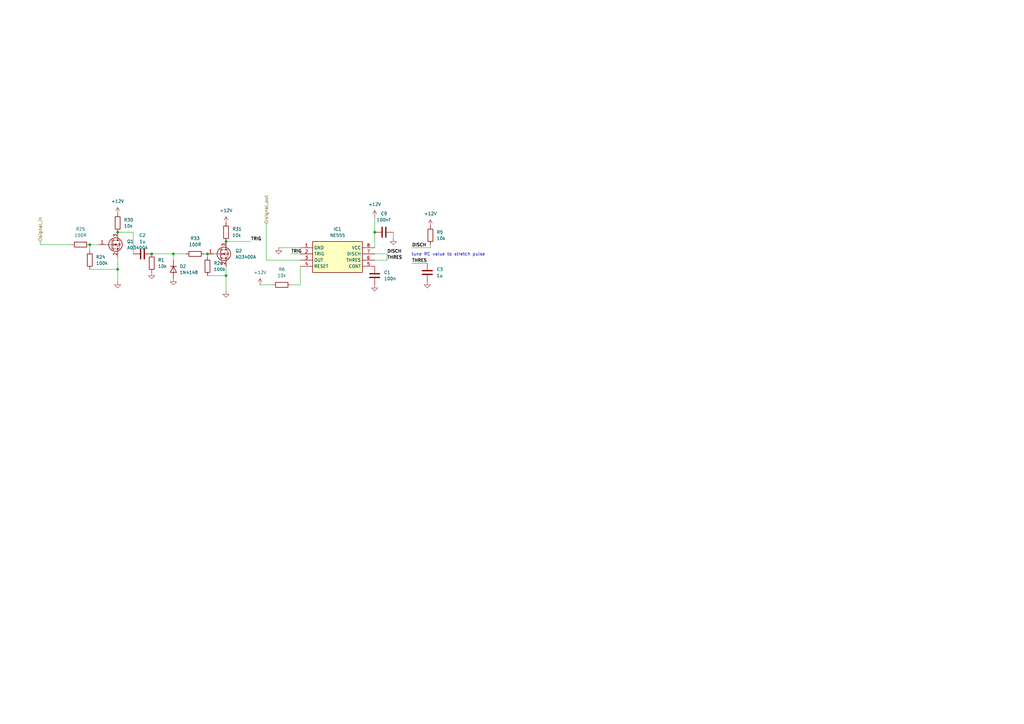
<source format=kicad_sch>
(kicad_sch (version 20250114) (generator "eeschema") (generator_version "9.0")
  (paper "A3")
  (lib_symbols
    (symbol "Device:C" (pin_numbers (hide yes)) (pin_names (offset 0.254))
      (property "Reference" "C" (at 0.635 2.54 0))
      (property "Value" "C" (at 0.635 -2.54 0))
      (symbol "C_0_1"
        (polyline (pts (xy -2.032 0.762) (xy 2.032 0.762)) (stroke (width 0.508)))
        (polyline (pts (xy -2.032 -0.762) (xy 2.032 -0.762)) (stroke (width 0.508)))
      )
      (symbol "C_1_1"
        (pin passive line (at 0 3.81 270) (length 2.794) (name "~") (number "1"))
        (pin passive line (at 0 -3.81 90) (length 2.794) (name "~") (number "2"))
      )
    )
    (symbol "Device:R" (pin_numbers (hide yes)) (pin_names (offset 0))
      (property "Reference" "R" (at 2.032 0 90))
      (property "Value" "R" (at 0 0 90))
      (symbol "R_0_1"
        (rectangle (start -1.016 -2.54) (end 1.016 2.54) (stroke (width 0.254)))
      )
      (symbol "R_1_1"
        (pin passive line (at 0 3.81 270) (length 1.27) (name "~") (number "1"))
        (pin passive line (at 0 -3.81 90) (length 1.27) (name "~") (number "2"))
      )
    )
    (symbol "Diode:1N4148" (pin_numbers (hide yes)) (pin_names (hide yes))
      (property "Reference" "D" (at 0 2.54 0))
      (property "Value" "1N4148" (at 0 -2.54 0))
      (symbol "1N4148_0_1"
        (polyline (pts (xy -1.27 1.27) (xy -1.27 -1.27)) (stroke (width 0.254)))
        (polyline (pts (xy 1.27 1.27) (xy 1.27 -1.27) (xy -1.27 0) (xy 1.27 1.27)) (stroke (width 0.254)))
        (polyline (pts (xy 1.27 0) (xy -1.27 0)))
      )
      (symbol "1N4148_1_1"
        (pin passive line (at -3.81 0 0) (length 2.54) (name "K") (number "1"))
        (pin passive line (at 3.81 0 180) (length 2.54) (name "A") (number "2"))
      )
    )
    (symbol "HKUST_REDBIRD_LIB:NE555"
      (property "Reference" "IC" (at 26.67 7.62 0))
      (property "Value" "NE555" (at 26.67 5.08 0))
      (symbol "NE555_1_1"
        (rectangle (start 5.08 2.54) (end 25.4 -10.16) (stroke (width 0.254)) (fill (type background)))
        (pin passive line (at 0 0 0) (length 5.08) (name "GND") (number "1"))
        (pin passive line (at 0 -2.54 0) (length 5.08) (name "TRIG") (number "2"))
        (pin passive line (at 0 -5.08 0) (length 5.08) (name "OUT") (number "3"))
        (pin passive line (at 0 -7.62 0) (length 5.08) (name "RESET") (number "4"))
        (pin passive line (at 30.48 0 180) (length 5.08) (name "VCC") (number "8"))
        (pin passive line (at 30.48 -2.54 180) (length 5.08) (name "DISCH") (number "7"))
        (pin passive line (at 30.48 -5.08 180) (length 5.08) (name "THRES") (number "6"))
        (pin passive line (at 30.48 -7.62 180) (length 5.08) (name "CONT") (number "5"))
      )
    )
    (symbol "Transistor_FET:AO3400A" (pin_names (hide yes))
      (property "Reference" "Q" (at 5.08 1.905 0))
      (property "Value" "AO3400A" (at 5.08 0 0))
      (symbol "AO3400A_0_1"
        (polyline (pts (xy 0.254 1.905) (xy 0.254 -1.905)) (stroke (width 0.254)))
        (polyline (pts (xy 0.254 0) (xy -2.54 0)))
        (polyline (pts (xy 0.762 2.286) (xy 0.762 1.27)) (stroke (width 0.254)))
        (polyline (pts (xy 0.762 0.508) (xy 0.762 -0.508)) (stroke (width 0.254)))
        (polyline (pts (xy 0.762 -1.27) (xy 0.762 -2.286)) (stroke (width 0.254)))
        (polyline (pts (xy 0.762 -1.778) (xy 3.302 -1.778) (xy 3.302 1.778) (xy 0.762 1.778)))
        (polyline (pts (xy 1.016 0) (xy 2.032 0.381) (xy 2.032 -0.381) (xy 1.016 0)) (fill (type outline)))
        (circle (center 1.651 0) (radius 2.794) (stroke (width 0.254)))
        (polyline (pts (xy 2.54 2.54) (xy 2.54 1.778)))
        (circle (center 2.54 1.778) (radius 0.254) (fill (type outline)))
        (circle (center 2.54 -1.778) (radius 0.254) (fill (type outline)))
        (polyline (pts (xy 2.54 -2.54) (xy 2.54 0) (xy 0.762 0)))
        (polyline (pts (xy 2.794 0.508) (xy 2.921 0.381) (xy 3.683 0.381) (xy 3.81 0.254)))
        (polyline (pts (xy 3.302 0.381) (xy 2.921 -0.254) (xy 3.683 -0.254) (xy 3.302 0.381)))
      )
      (symbol "AO3400A_1_1"
        (pin input line (at -5.08 0 0) (length 2.54) (name "G") (number "1"))
        (pin passive line (at 2.54 5.08 270) (length 2.54) (name "D") (number "3"))
        (pin passive line (at 2.54 -5.08 90) (length 2.54) (name "S") (number "2"))
      )
    )
    (symbol "power:+12V" (power) (pin_numbers (hide yes)) (pin_names (offset 0) (hide yes))
      (property "Value" "+12V" (at 0 3.556 0))
      (symbol "+12V_0_1"
        (polyline (pts (xy -0.762 1.27) (xy 0 2.54)))
        (polyline (pts (xy 0 2.54) (xy 0.762 1.27)))
        (polyline (pts (xy 0 0) (xy 0 2.54)))
      )
      (symbol "+12V_1_1"
        (pin power_in line (at 0 0 90) (length 0) (name "~") (number "1"))
      )
    )
    (symbol "power:GND" (power) (pin_numbers (hide yes)) (pin_names (offset 0) (hide yes))
      (property "Value" "GND" (at 0 -3.81 0))
      (symbol "GND_0_1"
        (polyline (pts (xy 0 0) (xy 0 -1.27) (xy 1.27 -1.27) (xy 0 -2.54) (xy -1.27 -1.27) (xy 0 -1.27)))
      )
      (symbol "GND_1_1"
        (pin power_in line (at 0 0 270) (length 0) (name "~") (number "1"))
      )
    )
  )
  (text "tune RC value to stretch pulse" (at 183.896 104.394 0) (effects (font (size 1.27 1.27))))
  (junction (at 48.26 110.49))
  (junction (at 62.23 104.14))
  (junction (at 92.71 113.03))
  (junction (at 36.83 100.33))
  (junction (at 48.26 95.25))
  (junction (at 85.09 104.14))
  (junction (at 153.67 95.25))
  (junction (at 92.71 99.06))
  (junction (at 71.12 104.14))
  (wire (pts (xy 62.23 104.14) (xy 71.12 104.14)))
  (wire (pts (xy 153.67 88.9) (xy 153.67 95.25)))
  (wire (pts (xy 168.91 101.6) (xy 176.53 101.6)))
  (wire (pts (xy 48.26 105.41) (xy 48.26 110.49)))
  (wire (pts (xy 85.09 113.03) (xy 92.71 113.03)))
  (wire (pts (xy 158.75 104.14) (xy 158.75 106.68)))
  (wire (pts (xy 109.22 91.44) (xy 109.22 106.68)))
  (wire (pts (xy 71.12 104.14) (xy 76.2 104.14)))
  (wire (pts (xy 161.29 97.79) (xy 161.29 95.25)))
  (wire (pts (xy 106.68 116.84) (xy 111.76 116.84)))
  (wire (pts (xy 85.09 104.14) (xy 83.82 104.14)))
  (wire (pts (xy 153.67 95.25) (xy 153.67 101.6)))
  (wire (pts (xy 92.71 113.03) (xy 92.71 119.38)))
  (wire (pts (xy 123.19 116.84) (xy 123.19 109.22)))
  (wire (pts (xy 48.26 95.25) (xy 54.61 95.25)))
  (wire (pts (xy 119.38 104.14) (xy 123.19 104.14)))
  (wire (pts (xy 54.61 95.25) (xy 54.61 104.14)))
  (wire (pts (xy 48.26 110.49) (xy 48.26 115.57)))
  (wire (pts (xy 92.71 99.06) (xy 102.87 99.06)))
  (wire (pts (xy 119.38 116.84) (xy 123.19 116.84)))
  (wire (pts (xy 109.22 106.68) (xy 123.19 106.68)))
  (wire (pts (xy 71.12 104.14) (xy 71.12 106.68)))
  (wire (pts (xy 153.67 106.68) (xy 158.75 106.68)))
  (wire (pts (xy 168.91 107.95) (xy 175.26 107.95)))
  (wire (pts (xy 16.51 100.33) (xy 29.21 100.33)))
  (wire (pts (xy 36.83 110.49) (xy 48.26 110.49)))
  (wire (pts (xy 114.3 101.6) (xy 123.19 101.6)))
  (wire (pts (xy 176.53 100.33) (xy 176.53 101.6)))
  (wire (pts (xy 16.51 99.06) (xy 16.51 100.33)))
  (wire (pts (xy 36.83 100.33) (xy 40.64 100.33)))
  (wire (pts (xy 92.71 109.22) (xy 92.71 113.03)))
  (wire (pts (xy 85.09 104.14) (xy 85.09 105.41)))
  (wire (pts (xy 153.67 104.14) (xy 158.75 104.14)))
  (wire (pts (xy 36.83 100.33) (xy 36.83 102.87)))
  (label "THRES" (at 158.75 106.68 0) (effects (font (thickness 0.254) (bold yes))))
  (label "THRES" (at 168.91 107.95 0) (effects (font (thickness 0.254) (bold yes))))
  (label "DISCH" (at 168.91 101.6 0) (effects (font (thickness 0.254) (bold yes))))
  (label "TRIG" (at 102.87 99.06 0) (effects (font (thickness 0.254) (bold yes))))
  (label "DISCH" (at 158.75 104.14 0) (effects (font (thickness 0.254) (bold yes))))
  (label "TRIG" (at 119.38 104.14 0) (effects (font (thickness 0.254) (bold yes))))
  (hierarchical_label "signal_out" (shape output) (at 109.22 91.44 90))
  (hierarchical_label "signal_in" (shape input) (at 16.51 99.06 90))
  (symbol (lib_id "Transistor_FET:AO3400A") (at 90.17 104.14 0) (unit 1)
    (property "Reference" "Q2" (at 96.52 102.8699 0) (effects (justify left)))
    (property "Value" "AO3400A" (at 96.52 105.4099 0) (effects (justify left)))
    (property "Footprint" "Package_TO_SOT_SMD:SOT-23" (effects (hide yes)))
    (property "Datasheet" "http://www.aosmd.com/pdfs/datasheet/AO3400A.pdf" (effects (hide yes)))
    (property "Description" "30V Vds, 5.7A Id, N-Channel MOSFET, SOT-23" (effects (hide yes)))
    (instances (project "IMD_TSMS_latch_logic_v2" (path "" (reference "Q2") (unit 1)) (path "" (reference "Q6") (unit 1))))
  )
  (symbol (lib_id "Device:C") (at 175.26 111.76 0) (unit 1)
    (property "Reference" "C3" (at 179.07 110.4899 0) (effects (justify left)))
    (property "Value" "1u" (at 179.07 113.0299 0) (effects (justify left)))
    (property "Footprint" "Capacitor_SMD:C_0805_2012Metric_Pad1.18x1.45mm_HandSolder" (effects (hide yes)))
    (property "Description" "Unpolarized capacitor" (effects (hide yes)))
    (instances (project "IMD_TSMS_latch_logic_v2" (path "" (reference "C3") (unit 1)) (path "" (reference "C11") (unit 1))))
  )
  (symbol (lib_id "power:GND") (at 71.12 114.3 0) (unit 1)
    (property "Reference" "#PWR014" (effects (hide yes)))
    (property "Value" "GND" (effects (hide yes)))
    (property "Description" "Power symbol creates a global label with name \"GND\" , ground" (effects (hide yes)))
    (instances (project "IMD_TSMS_latch_logic_v2" (path "" (reference "#PWR014") (unit 1)) (path "" (reference "#PWR035") (unit 1))))
  )
  (symbol (lib_id "HKUST_REDBIRD_LIB:NE555") (at 123.19 101.6 0) (unit 1)
    (property "Reference" "IC1" (at 138.43 93.98 0))
    (property "Value" "NE555" (at 138.43 96.52 0))
    (property "Footprint" "Package_SO:SOIC-8_3.9x4.9mm_P1.27mm" (effects (hide yes)))
    (property "Datasheet" "https://www.datasheet.com/bav99.pdf" (effects (hide yes)))
    (property "Description" "Timers & Support Products" (effects (hide yes)))
    (property "Height" "1.75" (effects (hide yes)))
    (property "Manufacturer_Name" "Diodes Incorporated" (effects (hide yes)))
    (property "Manufacturer_Part_Number" "NE555" (effects (hide yes)))
    (property "Mouser Part Number" "N/A" (effects (hide yes)))
    (property "Mouser Price/Stock" "https://www.mouser.co.uk/ProductDetail/Diodes-Incorporated/NE555?qs=Wj%2FVkw3K%252BMDvMoYkR61Dtg%3D%3D" (effects (hide yes)))
    (instances (project "IMD_TSMS_latch_logic_v2" (path "" (reference "IC1") (unit 1)) (path "" (reference "IC2") (unit 1))))
  )
  (symbol (lib_id "Diode:1N4148") (at 71.12 110.49 270) (unit 1)
    (property "Reference" "D2" (at 73.66 109.2199 90) (effects (justify left)))
    (property "Value" "1N4148" (at 73.66 111.7599 90) (effects (justify left)))
    (property "Footprint" "Diode_THT:D_DO-35_SOD27_P7.62mm_Horizontal" (effects (hide yes)))
    (property "Datasheet" "https://assets.nexperia.com/documents/data-sheet/1N4148_1N4448.pdf" (effects (hide yes)))
    (property "Description" "100V 0.15A standard switching diode, DO-35" (effects (hide yes)))
    (property "Sim.Device" "D" (effects (hide yes)))
    (property "Sim.Pins" "1=K 2=A" (effects (hide yes)))
    (instances (project "IMD_TSMS_latch_logic_v2" (path "" (reference "D2") (unit 1)) (path "" (reference "D6") (unit 1))))
  )
  (symbol (lib_id "power:GND") (at 92.71 119.38 0) (unit 1)
    (property "Reference" "#PWR062" (effects (hide yes)))
    (property "Value" "GND" (effects (hide yes)))
    (property "Description" "Power symbol creates a global label with name \"GND\" , ground" (effects (hide yes)))
    (instances (project "IMD_TSMS_latch_logic_v2" (path "" (reference "#PWR062") (unit 1)) (path "" (reference "#PWR071") (unit 1))))
  )
  (symbol (lib_id "Device:R") (at 85.09 109.22 180) (unit 1)
    (property "Reference" "R26" (at 87.63 107.9499 0) (effects (justify right)))
    (property "Value" "100k" (at 87.63 110.4899 0) (effects (justify right)))
    (property "Footprint" "Resistor_SMD:R_0805_2012Metric_Pad1.20x1.40mm_HandSolder" (effects (hide yes)))
    (property "Description" "Resistor" (effects (hide yes)))
    (instances (project "IMD_TSMS_latch_logic_v2" (path "" (reference "R26") (unit 1)) (path "" (reference "R29") (unit 1))))
  )
  (symbol (lib_id "Device:R") (at 36.83 106.68 180) (unit 1)
    (property "Reference" "R24" (at 39.37 105.4099 0) (effects (justify right)))
    (property "Value" "100k" (at 39.37 107.9499 0) (effects (justify right)))
    (property "Footprint" "Resistor_SMD:R_0805_2012Metric_Pad1.20x1.40mm_HandSolder" (effects (hide yes)))
    (property "Description" "Resistor" (effects (hide yes)))
    (instances (project "IMD_TSMS_latch_logic_v2" (path "" (reference "R24") (unit 1)) (path "" (reference "R28") (unit 1))))
  )
  (symbol (lib_id "Device:R") (at 176.53 96.52 0) (unit 1)
    (property "Reference" "R5" (at 179.07 95.2499 0) (effects (justify left)))
    (property "Value" "10k" (at 179.07 97.7899 0) (effects (justify left)))
    (property "Footprint" "Resistor_SMD:R_0805_2012Metric_Pad1.20x1.40mm_HandSolder" (effects (hide yes)))
    (property "Description" "Resistor" (effects (hide yes)))
    (instances (project "IMD_TSMS_latch_logic_v2" (path "" (reference "R5") (unit 1)) (path "" (reference "R19") (unit 1))))
  )
  (symbol (lib_id "power:+12V") (at 48.26 87.63 0) (mirror y) (unit 1)
    (property "Reference" "#PWR059" (effects (hide yes)))
    (property "Value" "+12V" (at 48.26 82.55 0))
    (property "Description" "Power symbol creates a global label with name \"+12V\"" (effects (hide yes)))
    (instances (project "IMD_TSMS_latch_logic_v2" (path "" (reference "#PWR059") (unit 1)) (path "" (reference "#PWR068") (unit 1))))
  )
  (symbol (lib_id "power:GND") (at 153.67 116.84 0) (unit 1)
    (property "Reference" "#PWR015" (effects (hide yes)))
    (property "Value" "GND" (effects (hide yes)))
    (property "Description" "Power symbol creates a global label with name \"GND\" , ground" (effects (hide yes)))
    (instances (project "IMD_TSMS_latch_logic_v2" (path "" (reference "#PWR015") (unit 1)) (path "" (reference "#PWR039") (unit 1))))
  )
  (symbol (lib_id "Device:R") (at 80.01 104.14 270) (unit 1)
    (property "Reference" "R33" (at 80.01 97.79 90))
    (property "Value" "100R" (at 80.01 100.33 90))
    (property "Footprint" "Resistor_SMD:R_0805_2012Metric_Pad1.20x1.40mm_HandSolder" (effects (hide yes)))
    (property "Description" "Resistor" (effects (hide yes)))
    (instances (project "IMD_TSMS_latch_logic_v2" (path "" (reference "R33") (unit 1)) (path "" (reference "R34") (unit 1))))
  )
  (symbol (lib_id "Device:R") (at 92.71 95.25 180) (unit 1)
    (property "Reference" "R31" (at 95.25 93.9799 0) (effects (justify right)))
    (property "Value" "10k" (at 95.25 96.5199 0) (effects (justify right)))
    (property "Footprint" "Resistor_SMD:R_0805_2012Metric_Pad1.20x1.40mm_HandSolder" (effects (hide yes)))
    (property "Description" "Resistor" (effects (hide yes)))
    (instances (project "IMD_TSMS_latch_logic_v2" (path "" (reference "R31") (unit 1)) (path "" (reference "R35") (unit 1))))
  )
  (symbol (lib_id "power:+12V") (at 153.67 88.9 0) (unit 1)
    (property "Reference" "#PWR017" (effects (hide yes)))
    (property "Value" "+12V" (at 153.67 83.82 0))
    (property "Description" "Power symbol creates a global label with name \"+12V\"" (effects (hide yes)))
    (instances (project "IMD_TSMS_latch_logic_v2" (path "" (reference "#PWR017") (unit 1)) (path "" (reference "#PWR038") (unit 1))))
  )
  (symbol (lib_id "Device:R") (at 33.02 100.33 270) (unit 1)
    (property "Reference" "R25" (at 33.02 93.98 90))
    (property "Value" "100R" (at 33.02 96.52 90))
    (property "Footprint" "Resistor_SMD:R_0805_2012Metric_Pad1.20x1.40mm_HandSolder" (effects (hide yes)))
    (property "Description" "Resistor" (effects (hide yes)))
    (instances (project "IMD_TSMS_latch_logic_v2" (path "" (reference "R25") (unit 1)) (path "" (reference "R27") (unit 1))))
  )
  (symbol (lib_id "power:GND") (at 48.26 115.57 0) (unit 1)
    (property "Reference" "#PWR060" (effects (hide yes)))
    (property "Value" "GND" (effects (hide yes)))
    (property "Description" "Power symbol creates a global label with name \"GND\" , ground" (effects (hide yes)))
    (instances (project "IMD_TSMS_latch_logic_v2" (path "" (reference "#PWR060") (unit 1)) (path "" (reference "#PWR069") (unit 1))))
  )
  (symbol (lib_id "Device:R") (at 48.26 91.44 180) (unit 1)
    (property "Reference" "R30" (at 50.8 90.1699 0) (effects (justify right)))
    (property "Value" "10k" (at 50.8 92.7099 0) (effects (justify right)))
    (property "Footprint" "Resistor_SMD:R_0805_2012Metric_Pad1.20x1.40mm_HandSolder" (effects (hide yes)))
    (property "Description" "Resistor" (effects (hide yes)))
    (instances (project "IMD_TSMS_latch_logic_v2" (path "" (reference "R30") (unit 1)) (path "" (reference "R32") (unit 1))))
  )
  (symbol (lib_id "Device:R") (at 62.23 107.95 0) (unit 1)
    (property "Reference" "R1" (at 64.77 106.6799 0) (effects (justify left)))
    (property "Value" "10k" (at 64.77 109.2199 0) (effects (justify left)))
    (property "Footprint" "Resistor_SMD:R_0805_2012Metric_Pad1.20x1.40mm_HandSolder" (effects (hide yes)))
    (property "Description" "Resistor" (effects (hide yes)))
    (instances (project "IMD_TSMS_latch_logic_v2" (path "" (reference "R1") (unit 1)) (path "" (reference "R17") (unit 1))))
  )
  (symbol (lib_id "Device:C") (at 153.67 113.03 0) (unit 1)
    (property "Reference" "C1" (at 157.48 111.7599 0) (effects (justify left)))
    (property "Value" "100n" (at 157.48 114.2999 0) (effects (justify left)))
    (property "Footprint" "Capacitor_SMD:C_0805_2012Metric_Pad1.18x1.45mm_HandSolder" (effects (hide yes)))
    (property "Description" "Unpolarized capacitor" (effects (hide yes)))
    (instances (project "IMD_TSMS_latch_logic_v2" (path "" (reference "C1") (unit 1)) (path "" (reference "C8") (unit 1))))
  )
  (symbol (lib_id "power:+12V") (at 106.68 116.84 0) (unit 1)
    (property "Reference" "#PWR018" (effects (hide yes)))
    (property "Value" "+12V" (at 106.68 111.76 0))
    (property "Description" "Power symbol creates a global label with name \"+12V\"" (effects (hide yes)))
    (instances (project "IMD_TSMS_latch_logic_v2" (path "" (reference "#PWR018") (unit 1)) (path "" (reference "#PWR036") (unit 1))))
  )
  (symbol (lib_id "Transistor_FET:AO3400A") (at 45.72 100.33 0) (unit 1)
    (property "Reference" "Q1" (at 52.07 99.0599 0) (effects (justify left)))
    (property "Value" "AO3400A" (at 52.07 101.5999 0) (effects (justify left)))
    (property "Footprint" "Package_TO_SOT_SMD:SOT-23" (effects (hide yes)))
    (property "Datasheet" "http://www.aosmd.com/pdfs/datasheet/AO3400A.pdf" (effects (hide yes)))
    (property "Description" "30V Vds, 5.7A Id, N-Channel MOSFET, SOT-23" (effects (hide yes)))
    (instances (project "IMD_TSMS_latch_logic_v2" (path "" (reference "Q1") (unit 1)) (path "" (reference "Q5") (unit 1))))
  )
  (symbol (lib_id "power:+12V") (at 92.71 91.44 0) (mirror y) (unit 1)
    (property "Reference" "#PWR061" (effects (hide yes)))
    (property "Value" "+12V" (at 92.71 86.36 0))
    (property "Description" "Power symbol creates a global label with name \"+12V\"" (effects (hide yes)))
    (instances (project "IMD_TSMS_latch_logic_v2" (path "" (reference "#PWR061") (unit 1)) (path "" (reference "#PWR070") (unit 1))))
  )
  (symbol (lib_id "power:GND") (at 175.26 115.57 0) (unit 1)
    (property "Reference" "#PWR016" (effects (hide yes)))
    (property "Value" "GND" (effects (hide yes)))
    (property "Description" "Power symbol creates a global label with name \"GND\" , ground" (effects (hide yes)))
    (instances (project "IMD_TSMS_latch_logic_v2" (path "" (reference "#PWR016") (unit 1)) (path "" (reference "#PWR041") (unit 1))))
  )
  (symbol (lib_id "Device:R") (at 115.57 116.84 90) (unit 1)
    (property "Reference" "R6" (at 115.57 110.49 90))
    (property "Value" "10k" (at 115.57 113.03 90))
    (property "Footprint" "Resistor_SMD:R_0805_2012Metric_Pad1.20x1.40mm_HandSolder" (effects (hide yes)))
    (property "Description" "Resistor" (effects (hide yes)))
    (instances (project "IMD_TSMS_latch_logic_v2" (path "" (reference "R6") (unit 1)) (path "" (reference "R18") (unit 1))))
  )
  (symbol (lib_id "Device:C") (at 157.48 95.25 90) (unit 1)
    (property "Reference" "C9" (at 157.48 87.63 90))
    (property "Value" "100nF" (at 157.48 90.17 90))
    (property "Footprint" "Capacitor_SMD:C_0805_2012Metric_Pad1.18x1.45mm_HandSolder" (effects (hide yes)))
    (property "Description" "Unpolarized capacitor" (effects (hide yes)))
    (instances (project "IMD_TSMS_latch_logic_v2" (path "" (reference "C9") (unit 1)) (path "" (reference "C10") (unit 1))))
  )
  (symbol (lib_id "power:GND") (at 62.23 111.76 0) (unit 1)
    (property "Reference" "#PWR013" (effects (hide yes)))
    (property "Value" "GND" (effects (hide yes)))
    (property "Description" "Power symbol creates a global label with name \"GND\" , ground" (effects (hide yes)))
    (instances (project "IMD_TSMS_latch_logic_v2" (path "" (reference "#PWR013") (unit 1)) (path "" (reference "#PWR029") (unit 1))))
  )
  (symbol (lib_id "power:+12V") (at 176.53 92.71 0) (unit 1)
    (property "Reference" "#PWR019" (effects (hide yes)))
    (property "Value" "+12V" (at 176.53 87.63 0))
    (property "Description" "Power symbol creates a global label with name \"+12V\"" (effects (hide yes)))
    (instances (project "IMD_TSMS_latch_logic_v2" (path "" (reference "#PWR019") (unit 1)) (path "" (reference "#PWR042") (unit 1))))
  )
  (symbol (lib_id "power:GND") (at 114.3 101.6 0) (unit 1)
    (property "Reference" "#PWR020" (effects (hide yes)))
    (property "Value" "GND" (effects (hide yes)))
    (property "Description" "Power symbol creates a global label with name \"GND\" , ground" (effects (hide yes)))
    (instances (project "IMD_TSMS_latch_logic_v2" (path "" (reference "#PWR020") (unit 1)) (path "" (reference "#PWR037") (unit 1))))
  )
  (symbol (lib_id "power:GND") (at 161.29 97.79 0) (unit 1)
    (property "Reference" "#PWR030" (effects (hide yes)))
    (property "Value" "GND" (effects (hide yes)))
    (property "Description" "Power symbol creates a global label with name \"GND\" , ground" (effects (hide yes)))
    (instances (project "IMD_TSMS_latch_logic_v2" (path "" (reference "#PWR030") (unit 1)) (path "" (reference "#PWR040") (unit 1))))
  )
  (symbol (lib_id "Device:C") (at 58.42 104.14 90) (unit 1)
    (property "Reference" "C2" (at 58.42 96.52 90))
    (property "Value" "1u" (at 58.42 99.06 90))
    (property "Footprint" "Capacitor_SMD:C_0805_2012Metric_Pad1.18x1.45mm_HandSolder" (effects (hide yes)))
    (property "Description" "Unpolarized capacitor" (effects (hide yes)))
    (instances (project "IMD_TSMS_latch_logic_v2" (path "" (reference "C2") (unit 1)) (path "" (reference "C7") (unit 1))))
  )
)
</source>
